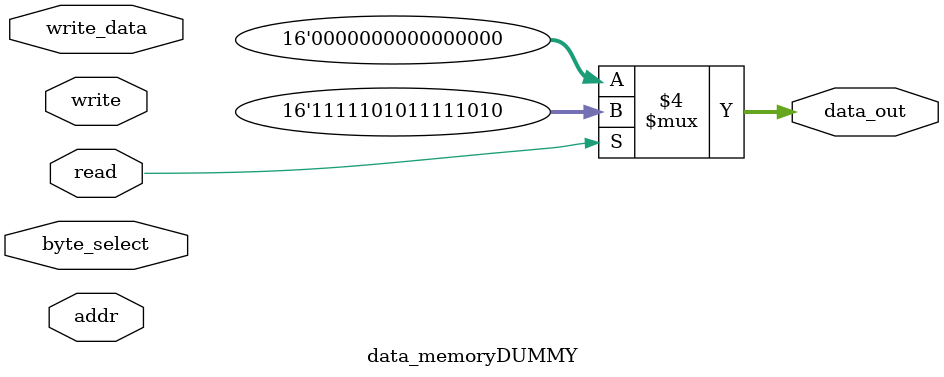
<source format=v>

`include "register/register_file.v"
`include "register/register.v"
`include "control/control.v"
`include "jumpControl/jumpControl.v"
`include "buffer/lockBuffer.v"
`include "mux/mux_2to1.v"
`include "mux/mux_4to1.v"
`include "forward/forward.v"
`include "adder/adder.v"
`include "Alu/alu.v"
`include "leftShift1/leftShift1.v"
`include "signExtend/signExtend.v"
`include "hazard/hazard.v"
`include "instruction memory/instructionmemory.v"
`include "data memory/datamemory.v"
`include "Counter/programcounter.v"

module cpu(clk, reset);
input clk, reset;


///////////////////////////////////////////////////////////////////////////////////////
//*******Wires and Regs for Hazard Handling********************************************
///////////////////////////////////////////////////////////////////////////////////////
reg[15:0] errors;

wire IF_ID_FLUSH, ID_EX_FLUSH, EX_M_FLUSH, M_WB_FLUSH; 
wire IF_ID_LOCK, ID_EX_LOCK, EX_M_LOCK, M_WB_LOCK;

reg[15:0] ERROR_SERVICE_ROUTINE_ADDRESS;

///////////////////////////////////////////////////////////////////////////////////////
//*******Other Wires*************************************************************
///////////////////////////////////////////////////////////////////////////////////////

//Wires originating in the Instruction Fetch region
wire[15:0] IF_PC_SRC_MUX_ADDR_OUT, IF_PC_ADDER_OUT, IF_ADDR, //if_pc_adder_out  
										//if_addr is the address of the instruction to be read
					 IF_INSTRUCTION; // pc address and inst buffer inputs
wire IF_ADDRESS_OVERFLOW,IF_PC_WRT;
reg USE_ERROR_ADDRESS;

//Wires originating in the instruction Decode region
wire[15:0] IF_ID_BUFFER_PC_ADDRESS_OUTPUT, ID_INSTRUCTION, //pc address and inst buffer inputs
		ID_SIGN_EXTEND,					    // sign extend output
		ID_READ_DATA_1, ID_READ_DATA_2, ID_READ_DATA_15;            // outputs to register file, inputs to buffer
wire ID_W2_ADDR_SRC, ID_W2_EN, ID_WRITEBACK, ID_MEMTOREG, ID_ALU_SRC, ID_ALU_OP, ID_MEM_READ, ID_MEM_WRITE, ID_BYTE_SELECT, ID_LOCK, CONTROL_ERROR, ID_ALU_OP2_SRC;

//Wires originating in the Execute region
wire[15:0] ID_EX_BUFFER_PC_ADDRESS_OUTPUT, ID_EX_BUFFER_INSTRUCTION_OUTPUT, 			// pc address and instruction buffer outputs
		ID_EX_BUFFER_DATA_1_OUTPUT, ID_EX_BUFFER_DATA_2_OUTPUT, ID_EX_BUFFER_DATA_15_OUTPUT, //data buffer outputs
		EX_ADDRESS_ADDER_OUTPUT, EX_RESULT, EX_REMAINDER,			// alu and address adder results
		EX_M_BUFFER_D1_INPUT, EX_M_BUFFER_D2_INPUT, EX_M_BUFFER_D15_INPUT, 		//inputs to buffer to mem
		EX_SIGN_EXTEND,     // comes out of the buffer which comes from sign extend in decode stage
		EX_MUX_RESULT_ALU_SRC,
		EX_INSTRUCTION,
		EX_ADDRESS, //this is the FINAL address coming out of the adder
		EX_ALU_INPUT_1, EX_ALU_INPUT_2, // result of hazard-detection multiplexer							
		EX_ADDER_IN_2, 
		EX_ALU_OP2_SRC_OUTPUT; //Connects the two OP2 multiplexers
wire EX_ALU_OP2_SRC, EX_ZERO, EX_NEGATIVE, EX_ALU_ERROR,			// alu and address adder results
	//commands buffered through ex
	EX_W2_ADDR_SRC, EX_W2_EN, EX_WRITEBACK, EX_MEMTOREG, EX_ALU_SRC, EX_ALU_OP, EX_MEM_READ, EX_MEM_WRITE, EX_BYTE_SELECT, EX_LOCK;
wire[1:0] DAT_1_HAZ, DAT_2_HAZ;

//Wires originating in the Memory region
//	commands buffered through M
wire M_PC_SRC, //this is the output to the Jump Control, which becomes PC_SRC
	M_ZERO, M_NEGATIVE, //carried from ALU result
	M_W2_ADDR_SRC, M_W2_EN, M_WRITEBACK, M_MEMTOREG, M_ALU_SRC, M_ALU_OP, M_MEM_READ, M_MEM_WRITE, M_BYTE_SELECT, M_LOCK;
wire[15:0] M_DATA_MEMORY_READ_OUTPUT, M_INSTRUCTION, M_ADDRESS,
		M_RESULT, M_REMAINDER, //m_address is the output of the ex-m address buffer
		M_REGISTER_DATA_1;
		
//Wires originating in the Writeback region
wire WB_W2_ADDR_SRC, WB_W2_EN, WB_WRITEBACK, WB_MEMTOREG, WB_BYTE_SELECT;
wire[3:0] //WB_WRITE_ADDR_1,  //used WB_INSTRUCTION[11:8]
		WB_WRITE_ADDR_2; 
wire[15:0] //WB_DATA_1,  //not used: instead WB_MUX_MEM_TO_REG_RESULT
		WB_DATA_2;
wire[15:0] WB_RESULT, WB_REMAINDER, WB_MUX_MEM_TO_REG_RESULT, WB_MUX_WA2_RESULT, WB_INSTRUCTION, WB_DATA_FROM_MEMORY;

///////////////////////////////////////////////////////////////////////////////////////
//*******Component Listing*************************************************************
///////////////////////////////////////////////////////////////////////////////////////

///////////////////////////////////////////////////////////////////////////////////////
//Components in Instruction Fetch Region
///////////////////////////////////////////////////////////////////////////////////////
wire [15:0] IF_NEXT_ADDR;
mux_2to1 #(16) IF_MUX_PC_SRC (IF_PC_ADDER_OUT, M_ADDRESS, M_PC_SRC, IF_PC_SRC_MUX_ADDR_OUT);
mux_2to1 #(16) IF_MUX_ERR (IF_PC_SRC_MUX_ADDR_OUT, ERROR_SERVICE_ROUTINE_ADDRESS, USE_ERROR_ADDRESS, IF_NEXT_ADDR);
//register(data_in, clk, reset, w_enable, data_out);

//register #(16) PC (.data_in(IF_NEXT_ADDR), .clk(clk), .rst(reset), .w_enable(IF_PC_WRT), .data_out(IF_ADDR));
programcounter PC(.clk(clk), .rst(reset), .pWrite(IF_PC_WRT), .halt(1'b0), .temp_in(IF_NEXT_ADDR),  .out(IF_ADDR));
adder IF_ADDRESS_ADDER(16'h0002, IF_ADDR, IF_ADDRESS_OVERFLOW, IF_PC_ADDER_OUT);
//instructionMemoryDUMMY im(IF_ADDR, IF_INSTRUCTION);

instructionmemory im(.programcounter(IF_ADDR), .outRegister(IF_INSTRUCTION));

//IF/ID Buffers: data in, clock, disable, flush, data out
lockBuffer #(16) IF_ID_BUFFER_ADDRESS (IF_PC_ADDER_OUT, clk, IF_ID_LOCK, IF_ID_FLUSH, IF_ID_BUFFER_PC_ADDRESS_OUTPUT);
lockBuffer #(16) IF_ID_BUFFER_INSTRUCTION (IF_INSTRUCTION, clk, IF_ID_LOCK, IF_ID_FLUSH, ID_INSTRUCTION);

///////////////////////////////////////////////////////////////////////////////////////
//Components in Instruction Decode Region
///////////////////////////////////////////////////////////////////////////////////////

control control(.instruction(ID_INSTRUCTION), .w2_addr_src(ID_W2_ADDR_SRC), .w2_en(ID_W2_EN), 
		.write_back(ID_WRITEBACK), .mem_to_reg(ID_MEMTOREG), .alu_src(ID_ALU_SRC), .alu_op(ID_ALU_OP),
		.memory_read(ID_MEM_READ), .memory_write(ID_MEM_WRITE), .byte_select(ID_BYTE_SELECT), .err(CONTROL_ERROR), .lock(ID_LOCK), .alu_op2_src(ID_ALU_OP2_SRC));
register_file rf (.write_data_1(WB_MUX_MEM_TO_REG_RESULT), .write_data_2(WB_REMAINDER), .write_addr_1(WB_INSTRUCTION[11:8]), .write_addr_2(WB_WRITE_ADDR_2), 
			.read_addr_1(ID_INSTRUCTION[11:8]), .read_addr_2(ID_INSTRUCTION[7:4]), .clk(clk), .rst(reset),
			.write_enable_1(WB_WRITEBACK), .write_enable_2(WB_W2_EN), .first_byte_only(WB_BYTE_SELECT),
			.read_data_1(ID_READ_DATA_1), .read_data_2(ID_READ_DATA_2), .read_data_15(ID_READ_DATA_15));
signExtend se (ID_INSTRUCTION[7:0], ID_SIGN_EXTEND);


//ID/EX buffers
lockBuffer #(10) ID_EX_BUFFER_CONTROLS(
					{ID_ALU_OP2_SRC, ID_W2_ADDR_SRC, ID_W2_EN, ID_WRITEBACK, ID_MEMTOREG, ID_ALU_SRC, ID_ALU_OP,
						ID_MEM_READ, ID_MEM_WRITE, ID_BYTE_SELECT}, clk, ID_EX_LOCK, ID_EX_FLUSH,
					{EX_ALU_OP2_SRC, EX_W2_ADDR_SRC, EX_W2_EN, EX_WRITEBACK, EX_MEMTOREG, EX_ALU_SRC, EX_ALU_OP,
						EX_MEM_READ, EX_MEM_WRITE, EX_BYTE_SELECT});
lockBuffer #(16) ID_EX_BUFFER_INSTRUCTION(ID_INSTRUCTION, clk, ID_EX_LOCK, ID_EX_FLUSH, EX_INSTRUCTION);

lockBuffer #(16) ID_EX_BUFFER_DAT_1(ID_READ_DATA_1, clk, ID_EX_LOCK, ID_EX_FLUSH, ID_EX_BUFFER_DATA_1_OUTPUT);
lockBuffer #(16) ID_EX_BUFFER_DAT_2(ID_READ_DATA_2, clk, ID_EX_LOCK, ID_EX_FLUSH, ID_EX_BUFFER_DATA_2_OUTPUT);
lockBuffer #(16) ID_EX_BUFFER_DAT_15(ID_READ_DATA_15, clk, ID_EX_LOCK, ID_EX_FLUSH, ID_EX_BUFFER_DATA_15_OUTPUT);
lockBuffer #(16) ID_EX_BUFFER_SE(ID_SIGN_EXTEND, clk, ID_EX_LOCK, ID_EX_FLUSH, EX_SIGN_EXTEND);
lockBuffer #(16) ID_EX_BUFFER_ADDRESS(IF_ID_BUFFER_PC_ADDRESS_OUTPUT, clk, ID_EX_LOCK, ID_EX_FLUSH, ID_EX_BUFFER_PC_ADDRESS_OUTPUT);

///////////////////////////////////////////////////////////////////////////////////////
//Components in Execute region
///////////////////////////////////////////////////////////////////////////////////////
mux_2to1 #(16) EX_MUX_ALU_SRC(ID_EX_BUFFER_DATA_1_OUTPUT, EX_SIGN_EXTEND, EX_ALU_SRC, EX_MUX_RESULT_ALU_SRC);
mux_2to1 #(16) EX_MUX_ALU_SRC2(ID_EX_BUFFER_DATA_2_OUTPUT, ID_EX_BUFFER_DATA_15_OUTPUT, EX_ALU_OP2_SRC, EX_ALU_OP2_SRC_OUTPUT);

mux_4to1 #(16) EX_MUX_HAZ_1(EX_MUX_RESULT_ALU_SRC, M_RESULT, WB_RESULT, 16'h0000, DAT_1_HAZ, EX_ALU_INPUT_1);
mux_4to1 #(16) EX_MUX_HAZ_2(EX_ALU_OP2_SRC_OUTPUT, M_RESULT, WB_RESULT, 16'h0000, DAT_2_HAZ, EX_ALU_INPUT_2);

ALU alu(.aluOp(EX_ALU_OP), .opcode(EX_INSTRUCTION), .op1(EX_ALU_INPUT_1), .op2(EX_ALU_INPUT_2), 
		.out(EX_RESULT), .R15(EX_REMAINDER), .error(EX_ALU_ERROR), .zero(EX_ZERO), .neg(EX_NEGATIVE)); 
forward forward(.inst_ex(EX_INSTRUCTION), .inst_m(M_INSTRUCTION), .inst_wb(WB_INSTRUCTION), .haz1(DAT_1_HAZ), .haz2(DAT_2_HAZ));

leftShift1 ls1(.data_in(EX_SIGN_EXTEND), .data_out(EX_ADDER_IN_2));
adder #(16) address_adder(ID_EX_BUFFER_PC_ADDRESS_OUTPUT, EX_ADDER_IN_2, EX_ADDR_ADD_ERROR, EX_ADDRESS); // EX_ADDR_ADD_ERROR isn't used for anything (to support signed jumps), but is here just in case.

hazard hazard(.ex_instruction(EX_INSTRUCTION), .m_instruction(M_INSTRUCTION), .pc_write(IF_PC_WRT), .force_flush(USE_ERROR_ADDRESS), .jump_taken(M_PC_SRC), .reset(reset),
		.if_id_lock(IF_ID_LOCK), .id_ex_lock(ID_EX_LOCK), .ex_m_lock(EX_M_LOCK), .m_wb_lock(M_WB_LOCK), 
		.if_id_flush(IF_ID_FLUSH), .id_ex_flush(ID_EX_FLUSH), .ex_m_flush(EX_M_FLUSH), .m_wb_flush(M_WB_FLUSH));


//EX/M buffers
lockBuffer #(9) EX_M_BUFFER_CONTROLS({EX_W2_ADDR_SRC, EX_W2_EN, EX_WRITEBACK, EX_MEMTOREG, 
						EX_MEM_READ, EX_MEM_WRITE, EX_BYTE_SELECT,
						EX_ZERO, EX_NEGATIVE}, clk, EX_M_LOCK, EX_M_FLUSH, 
						{M_W2_ADDR_SRC, M_W2_EN, M_WRITEBACK, M_MEMTOREG,
						M_MEM_READ, M_MEM_WRITE, M_BYTE_SELECT,
						M_ZERO, M_NEGATIVE});
lockBuffer #(16) EX_M_BUFFER_INSTRUCTION(EX_INSTRUCTION, clk, EX_M_LOCK, EX_M_FLUSH, M_INSTRUCTION);
lockBuffer #(16) EX_M_BUFFER_RESULT(EX_RESULT, clk, EX_M_LOCK, EX_M_FLUSH, M_RESULT);
lockBuffer #(16) EX_M_BUFFER_REMAINDER(EX_REMAINDER, clk, EX_M_LOCK, EX_M_FLUSH, M_REMAINDER);
lockBuffer #(16) EX_M_BUFFER_DAT_1(ID_EX_BUFFER_DATA_1_OUTPUT, clk, EX_M_LOCK, EX_M_FLUSH, M_REGISTER_DATA_1);
lockBuffer #(16) EX_M_BUFFER_ADDR(EX_ADDRESS, clk, EX_M_LOCK, EX_M_FLUSH, M_ADDRESS);
///////////////////////////////////////////////////////////////////////////////////////
//Components in Memory region
///////////////////////////////////////////////////////////////////////////////////////


jumpControl jc (M_INSTRUCTION[15:12], M_ZERO, M_NEGATIVE, M_PC_SRC);
//data_memoryDUMMY dm (.read(M_MEM_READ), .write(M_MEM_WRITE), //Control signals- read and write enable
			//.addr(M_RESULT), .write_data(M_REGISTER_DATA_1), .data_out(M_DATA_MEMORY_READ_OUTPUT), .byte_select(M_BYTE_SELECT));
			
//(input clk, rst, rEnable, wEnable, input[15:0] address, wData, output reg[15:0] rData);
datamemory dm (.clk(clk), .rst(reset), .rEnable(M_MEM_READ), .wEnable(M_MEM_WRITE), .address(M_RESULT), .wData(M_REGISTER_DATA_1), .rData(M_DATA_MEMORY_READ_OUTPUT));
//M/WB Buffers
lockBuffer #(5) M_WB_BUFFER_CONTROLS({M_MEMTOREG, M_W2_ADDR_SRC, M_WRITEBACK, M_W2_EN, M_BYTE_SELECT}, 
											clk, M_WB_LOCK, M_WB_FLUSH, 
									{WB_MEMTOREG, WB_W2_ADDR_SRC, WB_WRITEBACK, WB_W2_EN, WB_BYTE_SELECT});
lockBuffer #(16) M_WB_BUFFER_INSTRUCTION(M_INSTRUCTION, clk, M_WB_LOCK, M_WB_FLUSH, WB_INSTRUCTION);
lockBuffer #(16) M_WB_BUFFER_DATA_FROM_MEMORY(M_DATA_MEMORY_READ_OUTPUT, clk, M_WB_LOCK, M_WB_FLUSH, WB_DATA_FROM_MEMORY);

lockBuffer #(16) M_WB_BUFFER_RESULT(M_RESULT, clk, M_WB_LOCK, M_WB_FLUSH, WB_RESULT);
lockBuffer #(16) M_WB_BUFFER_REMAINDER(M_REMAINDER, clk, M_WB_LOCK, M_WB_FLUSH, WB_REMAINDER);
//Components in Writeback
//Quick note: writeback address 1 is always the fireset operand in the instruction.
//				writeback address 2 is either the second operand, or it's hardcoded to 15 (if dividing or multiplying)
//				writeback data 1 is either from memory (if loading from data mem) or the result of the ALU.
//				writeback data 2 is always from the ALU Remainder.
mux_2to1 #(16) WB_MUX_MEM_TO_REG(WB_RESULT, WB_DATA_FROM_MEMORY, WB_MEMTOREG, WB_MUX_MEM_TO_REG_RESULT); //WB_MUX_MEM_TO_REG_RESULT is the data from data memory
mux_2to1 #(4) WB_MUX_W2_ADDR_SRC(WB_INSTRUCTION[7:4], 4'hF, WB_W2_ADDR_SRC, WB_WRITE_ADDR_2);

always @ (posedge clk or negedge reset)
begin
	if (~reset) 
		begin
		//IF_ID_LOCK, ID_EX_LOCK, EX_M_FLUSH handled by hazard unit
			ERROR_SERVICE_ROUTINE_ADDRESS <= 16'h0000;
			errors <= 16'h0000;
		end 
	else 
	begin
		//Accumulate errors in error register
		errors <= {{13'b0}, IF_ADDRESS_OVERFLOW, CONTROL_ERROR, EX_ALU_ERROR};
		//IF_PC_WRT <= 1'b1;
	 if (IF_ADDRESS_OVERFLOW || CONTROL_ERROR || EX_ALU_ERROR)
			 begin
				 //Error handling : use Error Interrupt Service Routine
				 //IF_ID_LOCK, ID_EX_LOCK, EX_M_FLUSH handled by hazard unit
				 ERROR_SERVICE_ROUTINE_ADDRESS <= 16'h0000;
				 USE_ERROR_ADDRESS <= 1'b1;
			 end
		 else 
			begin
				ERROR_SERVICE_ROUTINE_ADDRESS <= 16'h0000;
				USE_ERROR_ADDRESS <= 1'b0;
			end
	end
end
endmodule

module instructionMemoryDUMMY(input[15:0] addr, output reg[15:0] instr);
always@(*)
case (addr)
	16'h0000 : instr = 16'hF010; //add 0,1
	16'h0002 : instr = 16'hF540; //add 5, 4
	16'h0004 : instr = 16'hF054; // mult 0, 5
	16'h0006 : instr = 16'h10FE; //jump 0(-1)
	16'h0008 : instr = 16'hF010;
	16'h000A : instr = 16'hF540;
endcase

endmodule



module data_memoryDUMMY  (read, write, addr, write_data, data_out, byte_select);
	input [15:0] addr, write_data;
	input read, write, byte_select;
	output reg [15:0] data_out;
initial data_out = 16'h0000;
	
always@(*)
	begin
	if (read) data_out = 16'hFAFA;
	else data_out = 16'h0000;
	end
endmodule



</source>
